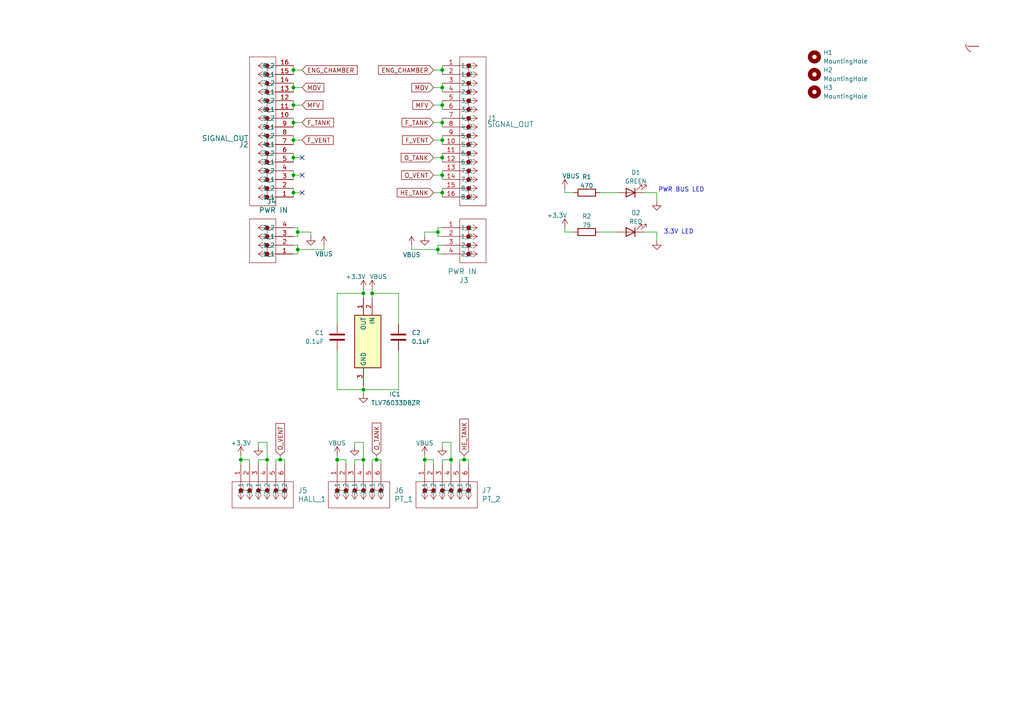
<source format=kicad_sch>
(kicad_sch (version 20231120) (generator "eeschema") (generator_version "8.0")
  (paper "A4")
  (lib_symbols
    (symbol "Device:C" (pin_numbers hide) (pin_names (offset 0.254))
      (property "Reference" "C" (at 0.635 2.54 0))
      (property "Value" "C" (at 0.635 -2.54 0))
      (symbol "C_1_1"
        (pin passive line (at 0 3.81 270) (length 2.794) (name "~") (number "1"))
        (pin passive line (at 0 -3.81 90) (length 2.794) (name "~") (number "2"))
      )
    )
    (symbol "Device:LED" (pin_numbers hide) (pin_names (offset 1.016) hide)
      (property "Reference" "D" (at 0 2.54 0))
      (property "Value" "LED" (at 0 -2.54 0))
      (symbol "LED_1_1"
        (pin passive line (at -3.81 0 0) (length 2.54) (name "K") (number "1"))
        (pin passive line (at 3.81 0 180) (length 2.54) (name "A") (number "2"))
      )
    )
    (symbol "Device:R" (pin_numbers hide) (pin_names (offset 0))
      (property "Reference" "R" (at 2.032 0 90))
      (property "Value" "R" (at 0 0 90))
      (symbol "R_1_1"
        (pin passive line (at 0 3.81 270) (length 1.27) (name "~") (number "1"))
        (pin passive line (at 0 -3.81 90) (length 1.27) (name "~") (number "2"))
      )
    )
    (symbol "Mechanical:MountingHole" (pin_names (offset 1.016)) (exclude_from_sim yes) (in_bom no)
      (property "Reference" "H" (at 0 5.08 0))
      (property "Value" "MountingHole" (at 0 3.175 0))
    )
    (symbol "SDSU RP:LOGO" (pin_names (offset 1.016)))
    (symbol "TLV76033DBZR:TLV76033DBZR"
      (property "Reference" "IC" (at 21.59 7.62 0))
      (property "Value" "TLV76033DBZR" (at 21.59 5.08 0))
      (symbol "TLV76033DBZR_1_1"
        (pin passive line (at 0 0 0) (length 5.08) (name "OUT") (number "1"))
        (pin passive line (at 0 -2.54 0) (length 5.08) (name "IN") (number "2"))
        (pin passive line (at 25.4 0 180) (length 5.08) (name "GND") (number "3"))
      )
    )
    (symbol "Wago_2601_1102:2601-1102" (pin_names (offset 0.254))
      (property "Reference" "J" (at 8.89 6.35 0))
      (property "Value" "2601-1102" (at 0 0 0))
      (symbol "2601-1102_1_1"
        (pin unspecified line (at 0 0 0) (length 5.08) (name "1_1") (number "1"))
        (pin unspecified line (at 0 -2.54 0) (length 5.08) (name "1_2") (number "2"))
        (pin unspecified line (at 0 -5.08 0) (length 5.08) (name "2_1") (number "3"))
        (pin unspecified line (at 0 -7.62 0) (length 5.08) (name "2_2") (number "4"))
      )
    )
    (symbol "Wago_2601_1103:2601-1103" (pin_names (offset 0.254))
      (property "Reference" "J" (at 8.89 6.35 0))
      (property "Value" "2601-1103" (at 0 0 0))
      (symbol "2601-1103_1_1"
        (pin unspecified line (at 0 0 0) (length 5.08) (name "1_1") (number "1"))
        (pin unspecified line (at 0 -2.54 0) (length 5.08) (name "1_2") (number "2"))
        (pin unspecified line (at 0 -5.08 0) (length 5.08) (name "2_1") (number "3"))
        (pin unspecified line (at 0 -7.62 0) (length 5.08) (name "2_2") (number "4"))
        (pin unspecified line (at 0 -10.16 0) (length 5.08) (name "3_1") (number "5"))
        (pin unspecified line (at 0 -12.7 0) (length 5.08) (name "3_2") (number "6"))
      )
    )
    (symbol "Wago_2601_1108:2601-1108" (pin_names (offset 0.254))
      (property "Reference" "J" (at 8.89 6.35 0))
      (property "Value" "2601-1108" (at 0 0 0))
      (symbol "2601-1108_1_1"
        (pin unspecified line (at 0 0 0) (length 5.08) (name "1_1") (number "1"))
        (pin unspecified line (at 0 -22.86 0) (length 5.08) (name "5_2") (number "10"))
        (pin unspecified line (at 0 -25.4 0) (length 5.08) (name "6_1") (number "11"))
        (pin unspecified line (at 0 -27.94 0) (length 5.08) (name "6_2") (number "12"))
        (pin unspecified line (at 0 -30.48 0) (length 5.08) (name "7_1") (number "13"))
        (pin unspecified line (at 0 -33.02 0) (length 5.08) (name "7_2") (number "14"))
        (pin unspecified line (at 0 -35.56 0) (length 5.08) (name "8_1") (number "15"))
        (pin unspecified line (at 0 -38.1 0) (length 5.08) (name "8_2") (number "16"))
        (pin unspecified line (at 0 -2.54 0) (length 5.08) (name "1_2") (number "2"))
        (pin unspecified line (at 0 -5.08 0) (length 5.08) (name "2_1") (number "3"))
        (pin unspecified line (at 0 -7.62 0) (length 5.08) (name "2_2") (number "4"))
        (pin unspecified line (at 0 -10.16 0) (length 5.08) (name "3_1") (number "5"))
        (pin unspecified line (at 0 -12.7 0) (length 5.08) (name "3_2") (number "6"))
        (pin unspecified line (at 0 -15.24 0) (length 5.08) (name "4_1") (number "7"))
        (pin unspecified line (at 0 -17.78 0) (length 5.08) (name "4_2") (number "8"))
        (pin unspecified line (at 0 -20.32 0) (length 5.08) (name "5_1") (number "9"))
      )
    )
    (symbol "power:+3.3V" (power) (pin_numbers hide) (pin_names (offset 0) hide)
      (property "Value" "+3.3V" (at 0 3.556 0))
      (symbol "+3.3V_1_1"
        (pin power_in line (at 0 0 90) (length 0) (name "~") (number "1"))
      )
    )
    (symbol "power:GND" (power) (pin_numbers hide) (pin_names (offset 0) hide)
      (property "Value" "GND" (at 0 -3.81 0))
      (symbol "GND_1_1"
        (pin power_in line (at 0 0 270) (length 0) (name "~") (number "1"))
      )
    )
    (symbol "power:VBUS" (power) (pin_numbers hide) (pin_names (offset 0) hide)
      (property "Value" "VBUS" (at 0 3.556 0))
      (symbol "VBUS_1_1"
        (pin power_in line (at 0 0 90) (length 0) (name "~") (number "1"))
      )
    )
  )
  (junction (at 134.62 133.35))
  (junction (at 85.09 35.56))
  (junction (at 85.09 25.4))
  (junction (at 105.41 133.35))
  (junction (at 128.27 25.4))
  (junction (at 128.27 35.56))
  (junction (at 127 72.39))
  (junction (at 69.85 133.35))
  (junction (at 128.27 40.64))
  (junction (at 85.09 30.48))
  (junction (at 127 67.31))
  (junction (at 109.22 133.35))
  (junction (at 128.27 55.88))
  (junction (at 86.36 72.39))
  (junction (at 85.09 55.88))
  (junction (at 130.81 133.35))
  (junction (at 105.41 85.09))
  (junction (at 128.27 45.72))
  (junction (at 85.09 50.8))
  (junction (at 123.19 133.35))
  (junction (at 77.47 133.35))
  (junction (at 81.28 133.35))
  (junction (at 105.41 113.03))
  (junction (at 85.09 45.72))
  (junction (at 107.95 85.09))
  (junction (at 128.27 20.32))
  (junction (at 85.09 20.32))
  (junction (at 128.27 50.8))
  (junction (at 97.79 133.35))
  (junction (at 86.36 67.31))
  (junction (at 85.09 40.64))
  (junction (at 128.27 30.48))
  (no_connect (at 87.63 55.88))
  (no_connect (at 87.63 50.8))
  (no_connect (at 87.63 45.72))
  (no_connect (at -7.62 213.36))
  (wire (pts (xy 107.95 83.82) (xy 107.95 85.09)))
  (wire (pts (xy 85.09 50.8) (xy 85.09 52.07)))
  (wire (pts (xy 97.79 134.62) (xy 97.79 133.35)))
  (wire (pts (xy 87.63 20.32) (xy 85.09 20.32)))
  (wire (pts (xy 74.93 134.62) (xy 74.93 133.35)))
  (wire (pts (xy 85.09 24.13) (xy 85.09 25.4)))
  (wire (pts (xy 69.85 133.35) (xy 72.39 133.35)))
  (wire (pts (xy 97.79 93.98) (xy 97.79 85.09)))
  (wire (pts (xy 127 67.31) (xy 123.19 67.31)))
  (wire (pts (xy 125.73 25.4) (xy 128.27 25.4)))
  (wire (pts (xy 77.47 128.27) (xy 77.47 133.35)))
  (wire (pts (xy 115.57 93.98) (xy 115.57 85.09)))
  (wire (pts (xy 128.27 44.45) (xy 128.27 45.72)))
  (wire (pts (xy 85.09 40.64) (xy 85.09 41.91)))
  (wire (pts (xy 105.41 85.09) (xy 105.41 86.36)))
  (wire (pts (xy 85.09 40.64) (xy 87.63 40.64)))
  (wire (pts (xy 109.22 132.08) (xy 109.22 133.35)))
  (wire (pts (xy 133.35 133.35) (xy 134.62 133.35)))
  (wire (pts (xy 102.87 128.27) (xy 105.41 128.27)))
  (wire (pts (xy 105.41 113.03) (xy 105.41 114.3)))
  (wire (pts (xy 110.49 133.35) (xy 110.49 134.62)))
  (wire (pts (xy 123.19 133.35) (xy 125.73 133.35)))
  (wire (pts (xy 74.93 129.54) (xy 74.93 128.27)))
  (wire (pts (xy 127 66.04) (xy 128.27 66.04)))
  (wire (pts (xy 128.27 39.37) (xy 128.27 40.64)))
  (wire (pts (xy 134.62 133.35) (xy 135.89 133.35)))
  (wire (pts (xy 125.73 133.35) (xy 125.73 134.62)))
  (wire (pts (xy 90.17 67.31) (xy 90.17 68.58)))
  (wire (pts (xy 128.27 19.05) (xy 128.27 20.32)))
  (wire (pts (xy 134.62 132.08) (xy 134.62 133.35)))
  (wire (pts (xy 125.73 55.88) (xy 128.27 55.88)))
  (wire (pts (xy 85.09 35.56) (xy 87.63 35.56)))
  (wire (pts (xy 125.73 40.64) (xy 128.27 40.64)))
  (wire (pts (xy 128.27 24.13) (xy 128.27 25.4)))
  (wire (pts (xy 123.19 132.08) (xy 123.19 133.35)))
  (wire (pts (xy 128.27 128.27) (xy 130.81 128.27)))
  (wire (pts (xy 74.93 128.27) (xy 77.47 128.27)))
  (wire (pts (xy 123.19 133.35) (xy 123.19 134.62)))
  (wire (pts (xy 127 66.04) (xy 127 67.31)))
  (wire (pts (xy 93.98 72.39) (xy 93.98 71.12)))
  (wire (pts (xy 85.09 54.61) (xy 85.09 55.88)))
  (wire (pts (xy 107.95 133.35) (xy 109.22 133.35)))
  (wire (pts (xy 87.63 30.48) (xy 85.09 30.48)))
  (wire (pts (xy 163.83 66.04) (xy 163.83 67.31)))
  (wire (pts (xy 102.87 129.54) (xy 102.87 128.27)))
  (wire (pts (xy 107.95 85.09) (xy 115.57 85.09)))
  (wire (pts (xy 128.27 54.61) (xy 128.27 55.88)))
  (wire (pts (xy 190.5 67.31) (xy 190.5 69.85)))
  (wire (pts (xy 85.09 55.88) (xy 85.09 57.15)))
  (wire (pts (xy 133.35 134.62) (xy 133.35 133.35)))
  (wire (pts (xy 81.28 132.08) (xy 81.28 133.35)))
  (wire (pts (xy 128.27 129.54) (xy 128.27 128.27)))
  (wire (pts (xy 128.27 40.64) (xy 128.27 41.91)))
  (wire (pts (xy 86.36 66.04) (xy 86.36 67.31)))
  (wire (pts (xy 105.41 83.82) (xy 105.41 85.09)))
  (wire (pts (xy 97.79 101.6) (xy 97.79 113.03)))
  (wire (pts (xy 173.99 55.88) (xy 179.07 55.88)))
  (wire (pts (xy 97.79 85.09) (xy 105.41 85.09)))
  (wire (pts (xy 163.83 55.88) (xy 166.37 55.88)))
  (wire (pts (xy 127 73.66) (xy 128.27 73.66)))
  (wire (pts (xy 102.87 133.35) (xy 105.41 133.35)))
  (wire (pts (xy 86.36 67.31) (xy 86.36 68.58)))
  (wire (pts (xy 100.33 133.35) (xy 100.33 134.62)))
  (wire (pts (xy 128.27 29.21) (xy 128.27 30.48)))
  (wire (pts (xy 105.41 128.27) (xy 105.41 133.35)))
  (wire (pts (xy 86.36 72.39) (xy 93.98 72.39)))
  (wire (pts (xy 115.57 101.6) (xy 115.57 113.03)))
  (wire (pts (xy 80.01 133.35) (xy 81.28 133.35)))
  (wire (pts (xy 74.93 133.35) (xy 77.47 133.35)))
  (wire (pts (xy 86.36 67.31) (xy 90.17 67.31)))
  (wire (pts (xy 123.19 67.31) (xy 123.19 68.58)))
  (wire (pts (xy 105.41 133.35) (xy 105.41 134.62)))
  (wire (pts (xy 85.09 49.53) (xy 85.09 50.8)))
  (wire (pts (xy 80.01 134.62) (xy 80.01 133.35)))
  (wire (pts (xy 186.69 55.88) (xy 190.5 55.88)))
  (wire (pts (xy 128.27 133.35) (xy 130.81 133.35)))
  (wire (pts (xy 135.89 133.35) (xy 135.89 134.62)))
  (wire (pts (xy 69.85 134.62) (xy 69.85 133.35)))
  (wire (pts (xy 186.69 67.31) (xy 190.5 67.31)))
  (wire (pts (xy 128.27 25.4) (xy 128.27 26.67)))
  (wire (pts (xy 97.79 132.08) (xy 97.79 133.35)))
  (wire (pts (xy 128.27 49.53) (xy 128.27 50.8)))
  (wire (pts (xy 125.73 50.8) (xy 128.27 50.8)))
  (wire (pts (xy 125.73 30.48) (xy 128.27 30.48)))
  (wire (pts (xy 87.63 45.72) (xy 85.09 45.72)))
  (wire (pts (xy 85.09 34.29) (xy 85.09 35.56)))
  (wire (pts (xy 69.85 132.08) (xy 69.85 133.35)))
  (wire (pts (xy 128.27 35.56) (xy 128.27 36.83)))
  (wire (pts (xy 125.73 45.72) (xy 128.27 45.72)))
  (wire (pts (xy 127 72.39) (xy 119.38 72.39)))
  (wire (pts (xy 85.09 19.05) (xy 85.09 20.32)))
  (wire (pts (xy 85.09 68.58) (xy 86.36 68.58)))
  (wire (pts (xy 119.38 71.12) (xy 119.38 72.39)))
  (wire (pts (xy 97.79 133.35) (xy 100.33 133.35)))
  (wire (pts (xy 105.41 111.76) (xy 105.41 113.03)))
  (wire (pts (xy 85.09 20.32) (xy 85.09 21.59)))
  (wire (pts (xy 128.27 134.62) (xy 128.27 133.35)))
  (wire (pts (xy 77.47 133.35) (xy 77.47 134.62)))
  (wire (pts (xy 87.63 55.88) (xy 85.09 55.88)))
  (wire (pts (xy 85.09 39.37) (xy 85.09 40.64)))
  (wire (pts (xy 85.09 71.12) (xy 86.36 71.12)))
  (wire (pts (xy 127 71.12) (xy 128.27 71.12)))
  (wire (pts (xy 107.95 134.62) (xy 107.95 133.35)))
  (wire (pts (xy 127 73.66) (xy 127 72.39)))
  (wire (pts (xy 87.63 25.4) (xy 85.09 25.4)))
  (wire (pts (xy 125.73 35.56) (xy 128.27 35.56)))
  (wire (pts (xy 128.27 45.72) (xy 128.27 46.99)))
  (wire (pts (xy 127 68.58) (xy 128.27 68.58)))
  (wire (pts (xy 81.28 133.35) (xy 82.55 133.35)))
  (wire (pts (xy 128.27 34.29) (xy 128.27 35.56)))
  (wire (pts (xy 85.09 25.4) (xy 85.09 26.67)))
  (wire (pts (xy 85.09 29.21) (xy 85.09 30.48)))
  (wire (pts (xy 85.09 73.66) (xy 86.36 73.66)))
  (wire (pts (xy 87.63 50.8) (xy 85.09 50.8)))
  (wire (pts (xy 163.83 67.31) (xy 166.37 67.31)))
  (wire (pts (xy 86.36 73.66) (xy 86.36 72.39)))
  (wire (pts (xy 105.41 113.03) (xy 115.57 113.03)))
  (wire (pts (xy 128.27 20.32) (xy 128.27 21.59)))
  (wire (pts (xy 85.09 30.48) (xy 85.09 31.75)))
  (wire (pts (xy 128.27 50.8) (xy 128.27 52.07)))
  (wire (pts (xy 72.39 133.35) (xy 72.39 134.62)))
  (wire (pts (xy 128.27 55.88) (xy 128.27 57.15)))
  (wire (pts (xy 85.09 44.45) (xy 85.09 45.72)))
  (wire (pts (xy 130.81 133.35) (xy 130.81 134.62)))
  (wire (pts (xy 173.99 67.31) (xy 179.07 67.31)))
  (wire (pts (xy 127 71.12) (xy 127 72.39)))
  (wire (pts (xy 163.83 54.61) (xy 163.83 55.88)))
  (wire (pts (xy 86.36 71.12) (xy 86.36 72.39)))
  (wire (pts (xy 125.73 20.32) (xy 128.27 20.32)))
  (wire (pts (xy 85.09 35.56) (xy 85.09 36.83)))
  (wire (pts (xy 97.79 113.03) (xy 105.41 113.03)))
  (wire (pts (xy 82.55 133.35) (xy 82.55 134.62)))
  (wire (pts (xy 128.27 30.48) (xy 128.27 31.75)))
  (wire (pts (xy 85.09 66.04) (xy 86.36 66.04)))
  (wire (pts (xy 190.5 55.88) (xy 190.5 58.42)))
  (wire (pts (xy 130.81 128.27) (xy 130.81 133.35)))
  (wire (pts (xy 102.87 134.62) (xy 102.87 133.35)))
  (wire (pts (xy 85.09 45.72) (xy 85.09 46.99)))
  (wire (pts (xy 107.95 85.09) (xy 107.95 86.36)))
  (wire (pts (xy 127 67.31) (xy 127 68.58)))
  (wire (pts (xy 109.22 133.35) (xy 110.49 133.35)))
  (text "PWR BUS LED" (at 197.612 55.118 0) (effects (font (size 1.27 1.27))))
  (text "3.3V LED" (at 196.85 67.31 0) (effects (font (size 1.27 1.27))))
  (global_label "MFV" (shape input) (at 125.73 30.48 180) (property "Intersheetrefs" "${INTERSHEET_REFS}" (effects (hide yes))))
  (global_label "O_TANK" (shape input) (at 109.22 132.08 90) (property "Intersheetrefs" "${INTERSHEET_REFS}" (effects (hide yes))))
  (global_label "F_VENT" (shape input) (at 125.73 40.64 180) (property "Intersheetrefs" "${INTERSHEET_REFS}" (effects (hide yes))))
  (global_label "O_VENT" (shape input) (at 81.28 132.08 90) (property "Intersheetrefs" "${INTERSHEET_REFS}" (effects (hide yes))))
  (global_label "HE_TANK" (shape input) (at 134.62 132.08 90) (property "Intersheetrefs" "${INTERSHEET_REFS}" (effects (hide yes))))
  (global_label "MFV" (shape input) (at 87.63 30.48 0) (property "Intersheetrefs" "${INTERSHEET_REFS}" (effects (hide yes))))
  (global_label "O_TANK" (shape input) (at 125.73 45.72 180) (property "Intersheetrefs" "${INTERSHEET_REFS}" (effects (hide yes))))
  (global_label "MOV" (shape input) (at 87.63 25.4 0) (property "Intersheetrefs" "${INTERSHEET_REFS}" (effects (hide yes))))
  (global_label "ENG_CHAMBER" (shape input) (at 87.63 20.32 0) (property "Intersheetrefs" "${INTERSHEET_REFS}" (effects (hide yes))))
  (global_label "F_TANK" (shape input) (at 125.73 35.56 180) (property "Intersheetrefs" "${INTERSHEET_REFS}" (effects (hide yes))))
  (global_label "HE_TANK" (shape input) (at 125.73 55.88 180) (property "Intersheetrefs" "${INTERSHEET_REFS}" (effects (hide yes))))
  (global_label "O_VENT" (shape input) (at 125.73 50.8 180) (property "Intersheetrefs" "${INTERSHEET_REFS}" (effects (hide yes))))
  (global_label "MOV" (shape input) (at 125.73 25.4 180) (property "Intersheetrefs" "${INTERSHEET_REFS}" (effects (hide yes))))
  (global_label "F_VENT" (shape input) (at 87.63 40.64 0) (property "Intersheetrefs" "${INTERSHEET_REFS}" (effects (hide yes))))
  (global_label "F_TANK" (shape input) (at 87.63 35.56 0) (property "Intersheetrefs" "${INTERSHEET_REFS}" (effects (hide yes))))
  (global_label "ENG_CHAMBER" (shape input) (at 125.73 20.32 180) (property "Intersheetrefs" "${INTERSHEET_REFS}" (effects (hide yes))))
  (symbol (lib_id "Wago_2601_1102:2601-1102") (at 128.27 66.04 0) (unit 1)
    (property "Reference" "J3" (at 133.096 81.28 0) (effects (font (size 1.524 1.524)) (justify left)))
    (property "Value" "PWR IN" (at 129.794 78.74 0) (effects (font (size 1.524 1.524)) (justify left)))
    (property "Footprint" "Wago_2601_1102:CONN2_2601-1102_WAG" (effects (hide yes)))
    (property "Datasheet" "2601-1102" (effects (hide yes)))
  )
  (symbol (lib_id "TLV76033DBZR:TLV76033DBZR") (at 105.41 86.36 90) (mirror x) (unit 1)
    (property "Reference" "IC1" (at 114.554 114.3 90))
    (property "Value" "TLV76033DBZR" (at 114.808 116.84 90))
    (property "Footprint" "TLV76033DBZR:SOT95P237X112-3N" (effects (hide yes)))
    (property "Datasheet" "https://www.ti.com/lit/gpn/TLV760" (effects (hide yes)))
    (property "Description" "100-mA, 30-V, low-dropout voltage regulator" (effects (hide yes)))
    (property "Height" "1.12" (effects (hide yes)))
    (property "Mouser Part Number" "595-TLV76033DBZR" (effects (hide yes)))
    (property "Mouser Price/Stock" "https://www.mouser.co.uk/ProductDetail/Texas-Instruments/TLV76033DBZR?qs=HXFqYaX1Q2ypNrzTk0Gsfw%3D%3D" (effects (hide yes)))
    (property "Manufacturer_Name" "Texas Instruments" (effects (hide yes)))
    (property "Manufacturer_Part_Number" "TLV76033DBZR" (effects (hide yes)))
  )
  (symbol (lib_id "Device:LED") (at 182.88 55.88 180) (unit 1)
    (property "Reference" "D1" (at 184.404 50.038 0))
    (property "Value" "GREEN" (at 184.404 52.578 0))
    (property "Footprint" "LED_SMD:LED_0805_2012Metric" (effects (hide yes)))
    (property "Description" "Light emitting diode" (effects (hide yes)))
  )
  (symbol (lib_id "power:VBUS") (at 107.95 83.82 0) (unit 1)
    (property "Reference" "#PWR010" (effects (hide yes)))
    (property "Value" "VBUS" (at 109.728 80.264 0))
    (property "Description" "Power symbol creates a global label with name \"VBUS\"" (effects (hide yes)))
  )
  (symbol (lib_id "power:VBUS") (at 97.79 132.08 0) (unit 1)
    (property "Reference" "#PWR016" (effects (hide yes)))
    (property "Value" "VBUS" (at 97.79 128.524 0))
    (property "Description" "Power symbol creates a global label with name \"VBUS\"" (effects (hide yes)))
  )
  (symbol (lib_id "Wago_2601_1103:2601-1103") (at 123.19 134.62 90) (mirror x) (unit 1)
    (property "Reference" "J7" (at 139.7 142.2399 90) (effects (font (size 1.524 1.524)) (justify right)))
    (property "Value" "PT_2" (at 139.7 144.7799 90) (effects (font (size 1.524 1.524)) (justify right)))
    (property "Footprint" "Wago_2601_1103:CONN3_2601-1103_WAG" (effects (hide yes)))
    (property "Datasheet" "2601-1103" (effects (hide yes)))
  )
  (symbol (lib_id "Mechanical:MountingHole") (at 236.22 21.59 0) (unit 1) (exclude_from_sim yes) (in_bom no)
    (property "Reference" "H2" (at 238.76 20.3199 0) (effects (justify left)))
    (property "Value" "MountingHole" (at 238.76 22.8599 0) (effects (justify left)))
    (property "Footprint" "MountingHole:MountingHole_3.2mm_M3" (effects (hide yes)))
    (property "Description" "Mounting Hole without connection" (effects (hide yes)))
  )
  (symbol (lib_id "power:+3.3V") (at 69.85 132.08 0) (unit 1)
    (property "Reference" "#PWR015" (effects (hide yes)))
    (property "Value" "+3.3V" (at 69.85 128.524 0))
    (property "Description" "Power symbol creates a global label with name \"+3.3V\"" (effects (hide yes)))
  )
  (symbol (lib_id "power:VBUS") (at 123.19 132.08 0) (unit 1)
    (property "Reference" "#PWR017" (effects (hide yes)))
    (property "Value" "VBUS" (at 123.19 128.524 0))
    (property "Description" "Power symbol creates a global label with name \"VBUS\"" (effects (hide yes)))
  )
  (symbol (lib_id "Mechanical:MountingHole") (at 236.22 16.51 0) (unit 1) (exclude_from_sim yes) (in_bom no)
    (property "Reference" "H1" (at 238.76 15.2399 0) (effects (justify left)))
    (property "Value" "MountingHole" (at 238.76 17.7799 0) (effects (justify left)))
    (property "Footprint" "MountingHole:MountingHole_3.2mm_M3" (effects (hide yes)))
    (property "Description" "Mounting Hole without connection" (effects (hide yes)))
  )
  (symbol (lib_id "power:GND") (at 90.17 68.58 0) (unit 1)
    (property "Reference" "#PWR04" (effects (hide yes)))
    (property "Value" "GND" (effects (hide yes)))
    (property "Description" "Power symbol creates a global label with name \"GND\" , ground" (effects (hide yes)))
  )
  (symbol (lib_id "power:GND") (at 102.87 129.54 0) (unit 1)
    (property "Reference" "#PWR013" (effects (hide yes)))
    (property "Value" "GND" (effects (hide yes)))
    (property "Description" "Power symbol creates a global label with name \"GND\" , ground" (effects (hide yes)))
  )
  (symbol (lib_id "power:VBUS") (at 119.38 71.12 0) (mirror y) (unit 1)
    (property "Reference" "#PWR08" (effects (hide yes)))
    (property "Value" "VBUS" (at 119.38 73.914 0))
    (property "Description" "Power symbol creates a global label with name \"VBUS\"" (effects (hide yes)))
  )
  (symbol (lib_id "power:GND") (at 190.5 58.42 0) (unit 1)
    (property "Reference" "#PWR02" (effects (hide yes)))
    (property "Value" "GND" (effects (hide yes)))
    (property "Description" "Power symbol creates a global label with name \"GND\" , ground" (effects (hide yes)))
  )
  (symbol (lib_id "power:VBUS") (at 93.98 71.12 0) (unit 1)
    (property "Reference" "#PWR07" (effects (hide yes)))
    (property "Value" "VBUS" (at 93.98 73.66 0))
    (property "Description" "Power symbol creates a global label with name \"VBUS\"" (effects (hide yes)))
  )
  (symbol (lib_id "Wago_2601_1108:2601-1108") (at 128.27 19.05 0) (unit 1)
    (property "Reference" "J1" (at 141.224 34.29 0) (effects (font (size 1.524 1.524)) (justify left)))
    (property "Value" "SIGNAL_OUT" (at 141.224 36.068 0) (effects (font (size 1.524 1.524)) (justify left)))
    (property "Footprint" "Wago_2601_1108:CONN8_2601-1108_WAG" (effects (hide yes)))
    (property "Datasheet" "2601-1108" (effects (hide yes)))
  )
  (symbol (lib_id "power:GND") (at 123.19 68.58 0) (mirror y) (unit 1)
    (property "Reference" "#PWR05" (effects (hide yes)))
    (property "Value" "GND" (effects (hide yes)))
    (property "Description" "Power symbol creates a global label with name \"GND\" , ground" (effects (hide yes)))
  )
  (symbol (lib_id "power:+3.3V") (at 105.41 83.82 0) (unit 1)
    (property "Reference" "#PWR09" (effects (hide yes)))
    (property "Value" "+3.3V" (at 103.124 80.264 0))
    (property "Description" "Power symbol creates a global label with name \"+3.3V\"" (effects (hide yes)))
  )
  (symbol (lib_id "Device:R") (at 170.18 67.31 90) (unit 1)
    (property "Reference" "R2" (at 170.18 62.738 90))
    (property "Value" "75" (at 170.18 65.278 90))
    (property "Footprint" "Resistor_SMD:R_0805_2012Metric" (effects (hide yes)))
    (property "Description" "Resistor" (effects (hide yes)))
  )
  (symbol (lib_id "Device:C") (at 115.57 97.79 0) (unit 1)
    (property "Reference" "C2" (at 119.38 96.5199 0) (effects (justify left)))
    (property "Value" "0.1uF" (at 119.38 99.0599 0) (effects (justify left)))
    (property "Footprint" "Capacitor_SMD:C_0805_2012Metric" (effects (hide yes)))
    (property "Description" "Unpolarized capacitor" (effects (hide yes)))
  )
  (symbol (lib_id "power:GND") (at 105.41 114.3 0) (unit 1)
    (property "Reference" "#PWR011" (effects (hide yes)))
    (property "Value" "GND" (effects (hide yes)))
    (property "Description" "Power symbol creates a global label with name \"GND\" , ground" (effects (hide yes)))
  )
  (symbol (lib_id "Wago_2601_1103:2601-1103") (at 69.85 134.62 90) (mirror x) (unit 1)
    (property "Reference" "J5" (at 86.36 142.2399 90) (effects (font (size 1.524 1.524)) (justify right)))
    (property "Value" "HALL_1" (at 86.36 144.7799 90) (effects (font (size 1.524 1.524)) (justify right)))
    (property "Footprint" "Wago_2601_1103:CONN3_2601-1103_WAG" (effects (hide yes)))
    (property "Datasheet" "2601-1103" (effects (hide yes)))
  )
  (symbol (lib_id "Device:LED") (at 182.88 67.31 180) (unit 1)
    (property "Reference" "D2" (at 184.404 61.722 0))
    (property "Value" "RED" (at 184.404 64.262 0))
    (property "Footprint" "LED_SMD:LED_0805_2012Metric" (effects (hide yes)))
    (property "Description" "Light emitting diode" (effects (hide yes)))
  )
  (symbol (lib_id "Mechanical:MountingHole") (at 236.22 26.67 0) (unit 1) (exclude_from_sim yes) (in_bom no)
    (property "Reference" "H3" (at 238.76 25.3999 0) (effects (justify left)))
    (property "Value" "MountingHole" (at 238.76 27.9399 0) (effects (justify left)))
    (property "Footprint" "MountingHole:MountingHole_3.2mm_M3" (effects (hide yes)))
    (property "Description" "Mounting Hole without connection" (effects (hide yes)))
  )
  (symbol (lib_id "power:GND") (at 74.93 129.54 0) (unit 1)
    (property "Reference" "#PWR012" (effects (hide yes)))
    (property "Value" "GND" (effects (hide yes)))
    (property "Description" "Power symbol creates a global label with name \"GND\" , ground" (effects (hide yes)))
  )
  (symbol (lib_id "Device:C") (at 97.79 97.79 0) (mirror y) (unit 1)
    (property "Reference" "C1" (at 93.98 96.5199 0) (effects (justify left)))
    (property "Value" "0.1uF" (at 93.98 99.0599 0) (effects (justify left)))
    (property "Footprint" "Capacitor_SMD:C_0805_2012Metric" (effects (hide yes)))
    (property "Description" "Unpolarized capacitor" (effects (hide yes)))
  )
  (symbol (lib_id "Device:R") (at 170.18 55.88 90) (unit 1)
    (property "Reference" "R1" (at 170.18 51.308 90))
    (property "Value" "470" (at 170.18 53.848 90))
    (property "Footprint" "Resistor_SMD:R_0805_2012Metric" (effects (hide yes)))
    (property "Description" "Resistor" (effects (hide yes)))
  )
  (symbol (lib_id "power:VBUS") (at 163.83 54.61 0) (unit 1)
    (property "Reference" "#PWR01" (effects (hide yes)))
    (property "Value" "VBUS" (at 165.608 51.054 0))
    (property "Description" "Power symbol creates a global label with name \"VBUS\"" (effects (hide yes)))
  )
  (symbol (lib_id "power:+3.3V") (at 163.83 66.04 0) (unit 1)
    (property "Reference" "#PWR03" (effects (hide yes)))
    (property "Value" "+3.3V" (at 161.544 62.484 0))
    (property "Description" "Power symbol creates a global label with name \"+3.3V\"" (effects (hide yes)))
  )
  (symbol (lib_id "power:GND") (at 128.27 129.54 0) (unit 1)
    (property "Reference" "#PWR014" (effects (hide yes)))
    (property "Value" "GND" (effects (hide yes)))
    (property "Description" "Power symbol creates a global label with name \"GND\" , ground" (effects (hide yes)))
  )
  (symbol (lib_id "power:GND") (at 190.5 69.85 0) (unit 1)
    (property "Reference" "#PWR06" (effects (hide yes)))
    (property "Value" "GND" (effects (hide yes)))
    (property "Description" "Power symbol creates a global label with name \"GND\" , ground" (effects (hide yes)))
  )
  (symbol (lib_id "Wago_2601_1102:2601-1102") (at 85.09 73.66 180) (unit 1)
    (property "Reference" "J4" (at 80.264 58.42 0) (effects (font (size 1.524 1.524)) (justify left)))
    (property "Value" "PWR IN" (at 83.566 60.96 0) (effects (font (size 1.524 1.524)) (justify left)))
    (property "Footprint" "Wago_2601_1102:CONN2_2601-1102_WAG" (effects (hide yes)))
    (property "Datasheet" "2601-1102" (effects (hide yes)))
  )
  (symbol (lib_id "SDSU RP:LOGO") (at 281.94 13.97 0) (unit 1)
    (property "Reference" "#G1" (effects (hide yes)))
    (property "Value" "LOGO" (effects (hide yes)))
    (property "Footprint" "SDSU RP:RP_Logo" (effects (hide yes)))
  )
  (symbol (lib_id "Wago_2601_1108:2601-1108") (at 85.09 57.15 180) (unit 1)
    (property "Reference" "J2" (at 72.136 41.91 0) (effects (font (size 1.524 1.524)) (justify left)))
    (property "Value" "SIGNAL_OUT" (at 72.136 40.132 0) (effects (font (size 1.524 1.524)) (justify left)))
    (property "Footprint" "Wago_2601_1108:CONN8_2601-1108_WAG" (effects (hide yes)))
    (property "Datasheet" "2601-1108" (effects (hide yes)))
  )
  (symbol (lib_id "Wago_2601_1103:2601-1103") (at 97.79 134.62 90) (mirror x) (unit 1)
    (property "Reference" "J6" (at 114.3 142.2399 90) (effects (font (size 1.524 1.524)) (justify right)))
    (property "Value" "PT_1" (at 114.3 144.7799 90) (effects (font (size 1.524 1.524)) (justify right)))
    (property "Footprint" "Wago_2601_1103:CONN3_2601-1103_WAG" (effects (hide yes)))
    (property "Datasheet" "2601-1103" (effects (hide yes)))
  )
)
</source>
